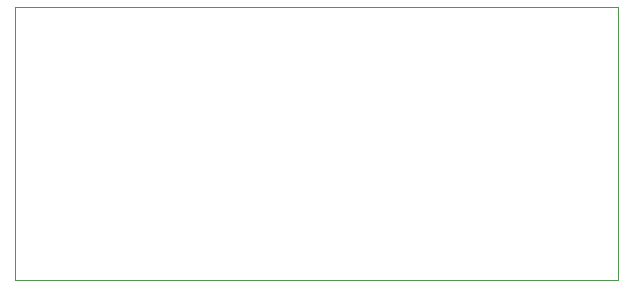
<source format=gbr>
%TF.GenerationSoftware,KiCad,Pcbnew,8.0.3*%
%TF.CreationDate,2024-08-21T15:11:05-06:00*%
%TF.ProjectId,LED_board,4c45445f-626f-4617-9264-2e6b69636164,rev?*%
%TF.SameCoordinates,Original*%
%TF.FileFunction,Profile,NP*%
%FSLAX46Y46*%
G04 Gerber Fmt 4.6, Leading zero omitted, Abs format (unit mm)*
G04 Created by KiCad (PCBNEW 8.0.3) date 2024-08-21 15:11:05*
%MOMM*%
%LPD*%
G01*
G04 APERTURE LIST*
%TA.AperFunction,Profile*%
%ADD10C,0.050000*%
%TD*%
G04 APERTURE END LIST*
D10*
X125476000Y-52832000D02*
X176530000Y-52832000D01*
X176530000Y-75946000D01*
X125476000Y-75946000D01*
X125476000Y-52832000D01*
M02*

</source>
